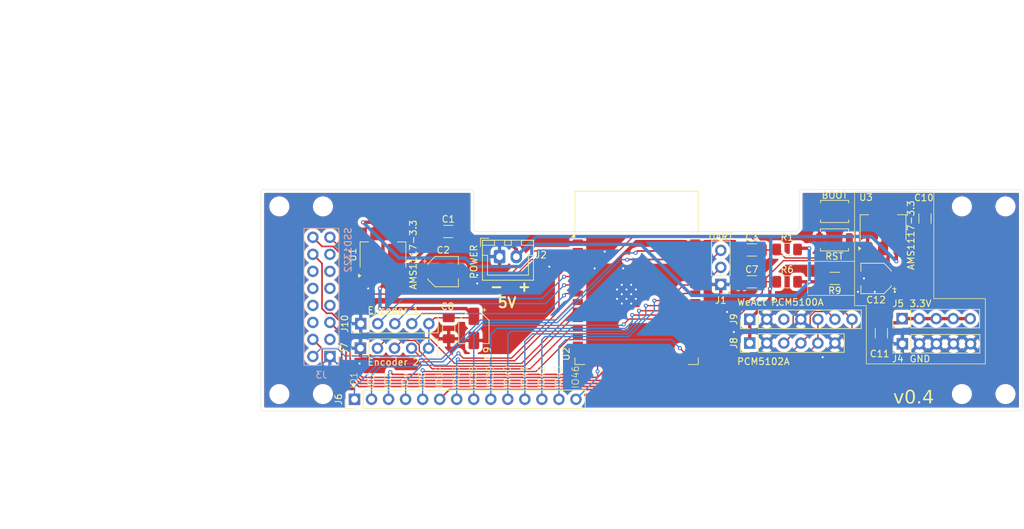
<source format=kicad_pcb>
(kicad_pcb (version 20241229) (generator "pcbnew") (generator_version "9.0")
  (layers (0 "F.Cu" signal) (2 "B.Cu" signal) (13 "F.Paste" user) (15 "B.Paste" user) (5 "F.SilkS" user "F.Silkscreen") (7 "B.SilkS" user "B.Silkscreen") (1 "F.Mask" user) (3 "B.Mask" user) (25 "Edge.Cuts" user))
  (net 0 "")
  (net 1 "GND")
  (net 2 "CHIP_PU")
  (net 3 "GPIO0")
  (net 4 "V_in")
  (net 5 "3.3V")
  (net 6 "RXD0")
  (net 7 "TXD0")
  (net 8 "3.3V_2")
  (net 9 "GPIO8")
  (net 10 "GPIO15")
  (net 11 "GPIO41")
  (net 12 "GPIO46")
  (net 13 "GPIO4")
  (net 14 "GPIO40")
  (net 15 "GPIO2")
  (net 16 "GPIO39")
  (net 17 "GPIO3")
  (net 18 "GPIO14")
  (net 19 "GPIO1")
  (net 20 "GPIO38")
  (net 21 "GPIO45")
  (net 22 "GPIO42")
  (net 23 "SCLK")
  (net 24 "{slash}CS")
  (net 25 "{slash}DC")
  (net 26 "MOSI")
  (net 27 "BCK")
  (net 28 "LCK")
  (net 29 "DIN")
  (net 30 "S1E1")
  (net 31 "S2E1")
  (net 32 "K_E1")
  (net 33 "K_E2")
  (net 34 "S1E2")
  (net 35 "S2E2")
  (footprint "MountingHole:MountingHole_2.5mm" (layer "F.Cu") (at 205 52.5)
    (property "Reference" "REF**" (hide yes))
    (property "Value" "MountingHole_2.5mm" (hide yes))
  )
  (footprint "Package_TO_SOT_SMD:SOT-223-3_TabPin2" (layer "F.Cu") (at 186.75 55.65 90)
    (property "Reference" "U3")
    (property "Value" "AMS1117-3.3")
  )
  (footprint "MountingHole:MountingHole_2.5mm" (layer "F.Cu") (at 96.75 52.5)
    (property "Reference" "REF**" (hide yes))
    (property "Value" "MountingHole_2.5mm" (hide yes))
  )
  (footprint "RF_Module:ESP32-S3-WROOM-1" (layer "F.Cu") (at 150 63.14)
    (property "Reference" "U2")
    (property "Value" "ESP32-S3-WROOM-1" (hide yes))
  )
  (footprint "Capacitor_SMD:C_1206_3216Metric_Pad1.33x1.80mm_HandSolder" (layer "F.Cu") (at 122 70.6875 -90)
    (property "Reference" "C8")
    (property "Value" "100n")
  )
  (footprint "Connector_PinHeader_2.54mm:PinHeader_1x05_P2.54mm_Vertical" (layer "F.Cu") (at 189.59 69.25 90)
    (property "Reference" "J5")
    (property "Value" "3.3V")
  )
  (footprint "Package_TO_SOT_SMD:SOT-223-3_TabPin2" (layer "F.Cu") (at 112.2 59.715 90)
    (property "Reference" "U1")
    (property "Value" "AMS1117-3.3")
  )
  (footprint "Connector_PinHeader_2.54mm:PinHeader_1x05_P2.54mm_Vertical" (layer "F.Cu") (at 189.63 73 90)
    (property "Reference" "J4")
    (property "Value" "GND")
  )
  (footprint "Connector_PinHeader_2.54mm:PinHeader_1x14_P2.54mm_Vertical" (layer "F.Cu") (at 107.95 81.28 90)
    (property "Reference" "J6")
    (property "Value" "GPIO")
  )
  (footprint "MountingHole:MountingHole_2.5mm" (layer "F.Cu") (at 205 80.5)
    (property "Reference" "REF**" (hide yes))
    (property "Value" "MountingHole_2.5mm" (hide yes))
  )
  (footprint "Connector_PinHeader_2.54mm:PinHeader_1x05_P2.54mm_Vertical" (layer "F.Cu") (at 108.84 73.66 90)
    (property "Reference" "J7")
    (property "Value" "Encoder 2")
  )
  (footprint "Button_Switch_SMD:SW_SPST_TS-1088-xR025" (layer "F.Cu") (at 179.525 53.25)
    (property "Reference" "S2" (hide yes))
    (property "Value" "BOOT")
  )
  (footprint "Capacitor_SMD:C_1206_3216Metric_Pad1.33x1.80mm_HandSolder" (layer "F.Cu") (at 193 54.3125 -90)
    (property "Reference" "C10")
    (property "Value" "100n")
  )
  (footprint "Connector_PinHeader_2.54mm:PinHeader_1x05_P2.54mm_Vertical" (layer "F.Cu") (at 108.88 70 90)
    (property "Reference" "J10")
    (property "Value" "Encoder 1")
  )
  (footprint "Connector_PinHeader_2.54mm:PinHeader_1x06_P2.54mm_Vertical" (layer "F.Cu") (at 166.878 72.898 90)
    (property "Reference" "J8")
    (property "Value" "PCM5102A")
  )
  (footprint "MountingHole:MountingHole_2.5mm" (layer "F.Cu") (at 103.25 52.5)
    (property "Reference" "REF**" (hide yes))
    (property "Value" "MountingHole_2.5mm" (hide yes))
  )
  (footprint "Resistor_SMD:R_1206_3216Metric_Pad1.30x1.75mm_HandSolder" (layer "F.Cu") (at 179.552 63.246 180)
    (property "Reference" "R9")
    (property "Value" "10R")
  )
  (footprint "Capacitor_SMD:CP_Elec_4x3.9" (layer "F.Cu") (at 121.18 62.23)
    (property "Reference" "C2")
    (property "Value" "10u")
  )
  (footprint "Capacitor_SMD:CP_Elec_4x3.9" (layer "F.Cu") (at 185.7 63.25 180)
    (property "Reference" "C12")
    (property "Value" "10u")
  )
  (footprint "MountingHole:MountingHole_2.5mm" (layer "F.Cu") (at 103.25 80.5)
    (property "Reference" "REF**" (hide yes))
    (property "Value" "MountingHole_2.5mm" (hide yes))
  )
  (footprint "Capacitor_SMD:C_1206_3216Metric_Pad1.33x1.80mm_HandSolder" (layer "F.Cu") (at 186.5 71.4375 -90)
    (property "Reference" "C11")
    (property "Value" "100n")
  )
  (footprint "Capacitor_SMD:C_1206_3216Metric_Pad1.33x1.80mm_HandSolder" (layer "F.Cu") (at 167.1875 59)
    (property "Reference" "C3")
    (property "Value" "100n")
  )
  (footprint "Resistor_SMD:R_1206_3216Metric_Pad1.30x1.75mm_HandSolder" (layer "F.Cu") (at 172.45 58.928)
    (property "Reference" "R1")
    (property "Value" "10k")
  )
  (footprint "MountingHole:MountingHole_2.5mm" (layer "F.Cu") (at 96.75 80.5)
    (property "Reference" "REF**" (hide yes))
    (property "Value" "MountingHole_2.5mm" (hide yes))
  )
  (footprint "Capacitor_SMD:C_1206_3216Metric_Pad1.33x1.80mm_HandSolder" (layer "F.Cu") (at 121.9375 56.25)
    (property "Reference" "C1")
    (property "Value" "100n")
  )
  (footprint "MountingHole:MountingHole_2.5mm" (layer "F.Cu") (at 198.5 52.5)
    (property "Reference" "REF**" (hide yes))
    (property "Value" "MountingHole_2.5mm" (hide yes))
  )
  (footprint "MountingHole:MountingHole_2.5mm" (layer "F.Cu") (at 198.5 80.5)
    (property "Reference" "REF**" (hide yes))
    (property "Value" "MountingHole_2.5mm" (hide yes))
  )
  (footprint "Capacitor_SMD:C_1206_3216Metric_Pad1.33x1.80mm_HandSolder" (layer "F.Cu") (at 167.1875 63.75)
    (property "Reference" "C7")
    (property "Value" "100n")
  )
  (footprint "Resistor_SMD:R_1206_3216Metric_Pad1.30x1.75mm_HandSolder" (layer "F.Cu") (at 172.45 63.75)
    (property "Reference" "R6")
    (property "Value" "10k")
  )
  (footprint "Connector_PinHeader_2.54mm:PinHeader_1x03_P2.54mm_Vertical" (layer "F.Cu") (at 162.56 64.135 180)
    (property "Reference" "J1")
    (property "Value" "UART")
  )
  (footprint "Connector_JST:JST_XH_B2B-XH-A_1x02_P2.50mm_Vertical" (layer "F.Cu") (at 129.58 60)
    (property "Reference" "J2")
    (property "Value" "POWER")
  )
  (footprint "Button_Switch_SMD:SW_SPST_TS-1088-xR025" (layer "F.Cu") (at 179.5 57.5)
    (property "Reference" "S1" (hide yes))
    (property "Value" "RST")
  )
  (footprint "Connector_PinHeader_2.54mm:PinHeader_1x07_P2.54mm_Vertical" (layer "F.Cu") (at 166.878 69.342 90)
    (property "Reference" "J9")
    (property "Value" "WeAct PCM5100A")
  )
  (footprint "Capacitor_SMD:CP_Elec_4x3.9" (layer "F.Cu") (at 125.75 70.7 -90)
    (property "Reference" "C9")
    (property "Value" "10u")
  )
  (footprint "Connector_PinSocket_2.54mm:PinSocket_2x08_P2.54mm_Vertical" (layer "B.Cu") (at 104.29 74.89)
    (property "Reference" "J3")
    (property "Value" "SSD1322")
  )
  (gr_line (start 202 66.25) (end 194.5 66.25) (stroke (width 0.1)) (layer "F.SilkS"))
  (gr_line (start 182.5 50.292) (end 182.5 67.31) (stroke (width 0.1)) (layer "F.SilkS"))
  (gr_line (start 194.31 66.25) (end 194.31 56.134) (stroke (width 0.1)) (layer "F.SilkS"))
  (gr_line (start 182.5 67.31) (end 184.25 67.31) (stroke (width 0.1)) (layer "F.SilkS"))
  (gr_line (start 182.5 60.706) (end 175.514 60.706) (stroke (width 0.1)) (layer "F.SilkS"))
  (gr_line (start 184.25 76) (end 202 76) (stroke (width 0.1)) (layer "F.SilkS"))
  (gr_line (start 194.5 66.25) (end 194.31 66.25) (stroke (width 0.1)) (layer "F.SilkS"))
  (gr_line (start 194.31 56.134) (end 194.31 50.292) (stroke (width 0.1)) (layer "F.SilkS"))
  (gr_line (start 184.25 67.31) (end 184.25 76) (stroke (width 0.1)) (layer "F.SilkS"))
  (gr_line (start 194.31 50.292) (end 182.5 50.292) (stroke (width 0.1)) (layer "F.SilkS"))
  (gr_line (start 175.514 65.786) (end 182.5 65.786) (stroke (width 0.1)) (layer "F.SilkS"))
  (gr_line (start 175.514 60.706) (end 175.514 65.502) (stroke (width 0.1)) (layer "F.SilkS"))
  (gr_line (start 202 76) (end 202 66.25) (stroke (width 0.1)) (layer "F.SilkS"))
  (gr_line (start 126 56.25) (end 173.75 56.25) (stroke (width 0.05)) (layer "Edge.Cuts"))
  (gr_line (start 94 50.25) (end 94 82.75) (stroke (width 0.05)) (layer "Edge.Cuts"))
  (gr_line (start 207.5 82.75) (end 207.25 83) (stroke (width 0.05)) (layer "Edge.Cuts"))
  (gr_line (start 207.25 83) (end 94.25 83) (stroke (width 0.05)) (layer "Edge.Cuts"))
  (gr_line (start 173.75 56.25) (end 174.25 55.75) (stroke (width 0.05)) (layer "Edge.Cuts"))
  (gr_line (start 174.25 50.25) (end 174.5 50) (stroke (width 0.05)) (layer "Edge.Cuts"))
  (gr_line (start 94.25 83) (end 94 82.75) (stroke (width 0.05)) (layer "Edge.Cuts"))
  (gr_line (start 174.5 50) (end 207.25 50) (stroke (width 0.05)) (layer "Edge.Cuts"))
  (gr_line (start 94.25 50) (end 94 50.25) (stroke (width 0.05)) (layer "Edge.Cuts"))
  (gr_line (start 125.75 56) (end 126 56.25) (stroke (width 0.05)) (layer "Edge.Cuts"))
  (gr_line (start 174.25 55.75) (end 174.25 50.25) (stroke (width 0.05)) (layer "Edge.Cuts"))
  (gr_line (start 94.25 50) (end 125.5 50) (stroke (width 0.05)) (layer "Edge.Cuts"))
  (gr_line (start 125.5 50) (end 125.75 50.25) (stroke (width 0.05)) (layer "Edge.Cuts"))
  (gr_line (start 125.75 50.25) (end 125.75 56) (stroke (width 0.05)) (layer "Edge.Cuts"))
  (gr_line (start 207.25 50) (end 207.5 50.25) (stroke (width 0.05)) (layer "Edge.Cuts"))
  (gr_line (start 207.5 50.25) (end 207.5 82.75) (stroke (width 0.05)) (layer "Edge.Cuts"))
  (gr_text "IO39" (at 128.778 79.756 90) (layer "F.SilkS") (effects (font (size 1 1) (thickness 0.1)) (justify left bottom)))
  (gr_text "IO14" (at 121.158 79.756 90) (layer "F.SilkS") (effects (font (size 1 1) (thickness 0.1)) (justify left bottom)))
  (gr_text "IO38" (at 126.238 79.756 90) (layer "F.SilkS") (effects (font (size 1 1) (thickness 0.1)) (justify left bottom)))
  (gr_text "IO1" (at 108.458 79.756 90) (layer "F.SilkS") (effects (font (size 1 1) (thickness 0.1)) (justify left bottom)))
  (gr_text "IO4" (at 116.078 79.756 90) (layer "F.SilkS") (effects (font (size 1 1) (thickness 0.1)) (justify left bottom)))
  (gr_text "v0.4" (at 188.25 82.25 0) (layer "F.SilkS") (effects (font (size 2 2)) (justify left bottom)))
  (gr_text "IO3" (at 113.538 79.756 90) (layer "F.SilkS") (effects (font (size 1 1) (thickness 0.1)) (justify left bottom)))
  (gr_text "IO41" (at 133.858 79.756 90) (layer "F.SilkS") (effects (font (size 1 1) (thickness 0.1)) (justify left bottom)))
  (gr_text "IO45" (at 138.938 79.756 90) (layer "F.SilkS") (effects (font (size 1 1) (thickness 0.1)) (justify left bottom)))
  (gr_text "IO40" (at 131.318 79.756 90) (layer "F.SilkS") (effects (font (size 1 1) (thickness 0.1)) (justify left bottom)))
  (gr_text "IO42" (at 136.398 79.756 90) (layer "F.SilkS") (effects (font (size 1 1) (thickness 0.1)) (justify left bottom)))
  (gr_text "IO46" (at 141.478 79.756 90) (layer "F.SilkS") (effects (font (size 1 1) (thickness 0.1)) (justify left bottom)))
  (gr_text "IO8" (at 118.618 79.756 90) (layer "F.SilkS") (effects (font (size 1 1) (thickness 0.1)) (justify left bottom)))
  (gr_text "IO15" (at 123.698 79.756 90) (layer "F.SilkS") (effects (font (size 1 1) (thickness 0.1)) (justify left bottom)))
  (gr_text "-  +\n 5V" (at 128 67.75 0) (layer "F.SilkS") (effects (font (size 1.5 1.5) (thickness 0.3) (bold yes)) (justify left bottom)))
  (gr_text "IO2\n" (at 110.998 79.756 90) (layer "F.SilkS") (effects (font (size 1 1) (thickness 0.1)) (justify left bottom)))
  (segment (start 109.9 64.65) (end 110 64.75) (width 0.5) (layer "F.Cu") (net 1))
  (segment (start 108.84 73.66) (end 108.84 75.818) (width 0.25) (layer "F.Cu") (net 1))
  (segment (start 108.84 75.818) (end 108.712 75.946) (width 0.25) (layer "F.Cu") (net 1))
  (segment (start 109.9 62.865) (end 109.9 64.65) (width 0.5) (layer "F.Cu") (net 1))
  (via (at 143.75 61.75) (size 0.6) (drill 0.3) (layers "F.Cu" "B.Cu") (net 1))
  (via (at 183 65.25) (size 0.6) (drill 0.3) (layers "F.Cu" "B.Cu") (net 1))
  (via (at 126.25 62.75) (size 0.6) (drill 0.3) (layers "F.Cu" "B.Cu") (net 1))
  (via (at 185.5 65.25) (size 0.6) (drill 0.3) (layers "F.Cu" "B.Cu") (net 1))
  (via (at 110 64.75) (size 0.6) (drill 0.3) (layers "F.Cu" "B.Cu") (net 1))
  (via (at 126.25 64) (size 0.6) (drill 0.3) (layers "F.Cu" "B.Cu") (net 1))
  (via (at 137 61.5) (size 0.6) (drill 0.3) (layers "F.Cu" "B.Cu") (net 1))
  (via (at 183.9 63.25) (size 0.6) (drill 0.3) (layers "F.Cu" "B.Cu") (net 1))
  (via (at 171 67.25) (size 0.6) (drill 0.3) (layers "F.Cu" "B.Cu") (net 1))
  (via (at 148 61.75) (size 0.6) (drill 0.3) (layers "F.Cu" "B.Cu") (net 1))
  (via (at 164.5 71.25) (size 0.6) (drill 0.3) (layers "F.Cu" "B.Cu") (net 1))
  (via (at 177.75 75) (size 0.6) (drill 0.3) (layers "F.Cu" "B.Cu") (net 1))
  (via (at 108.712 75.946) (size 0.6) (drill 0.3) (layers "F.Cu" "B.Cu") (net 1))
  (via (at 145.25 59.25) (size 0.6) (drill 0.3) (layers "F.Cu" "B.Cu") (net 1))
  (via (at 163.5 68.25) (size 0.6) (drill 0.3) (layers "F.Cu" "B.Cu") (net 1))
  (via (at 188.5 65.25) (size 0.6) (drill 0.3) (layers "F.Cu" "B.Cu") (net 1))
  (segment (start 104.29 74.89) (end 102.98 76.2) (width 0.25) (layer "B.Cu") (net 1))
  (segment (start 105.346 75.946) (end 104.29 74.89) (width 0.25) (layer "B.Cu") (net 1))
  (segment (start 108.712 75.946) (end 105.346 75.946) (width 0.25) (layer "B.Cu") (net 1))
  (segment (start 107.857 60.677) (end 104.29 57.11) (width 0.2) (layer "F.Cu") (net 2))
  (segment (start 172.17 60.198) (end 179.027 60.198) (width 0.2) (layer "F.Cu") (net 2))
  (segment (start 170.828 59) (end 170.9 58.928) (width 0.2) (layer "F.Cu") (net 2))
  (segment (start 108.575 65.575) (end 107.857 64.857) (width 0.2) (layer "F.Cu") (net 2))
  (segment (start 166.878 56.896) (end 168.75 58.768) (width 0.2) (layer "F.Cu") (net 2))
  (segment (start 166.878 56.896) (end 149.606 56.896) (width 0.2) (layer "F.Cu") (net 2))
  (segment (start 168.75 59) (end 170.828 59) (width 0.2) (layer "F.Cu") (net 2))
  (segment (start 149.606 56.896) (end 146.082 60.42) (width 0.2) (layer "F.Cu") (net 2))
  (segment (start 179.027 60.198) (end 181.725 57.5) (width 0.2) (layer "F.Cu") (net 2))
  (segment (start 168.75 58.768) (end 168.75 59) (width 0.2) (layer "F.Cu") (net 2))
  (segment (start 107.857 64.857) (end 107.857 60.677) (width 0.2) (layer "F.Cu") (net 2))
  (segment (start 170.9 58.928) (end 172.17 60.198) (width 0.2) (layer "F.Cu") (net 2))
  (segment (start 129.175 65.575) (end 108.575 65.575) (width 0.2) (layer "F.Cu") (net 2))
  (segment (start 134.33 60.42) (end 129.175 65.575) (width 0.2) (layer "F.Cu") (net 2))
  (segment (start 141.25 60.42) (end 134.33 60.42) (width 0.2) (layer "F.Cu") (net 2))
  (segment (start 146.082 60.42) (end 141.25 60.42) (width 0.2) (layer "F.Cu") (net 2))
  (segment (start 168.75 63.75) (end 171.901 60.599) (width 0.2) (layer "F.Cu") (net 3))
  (segment (start 159.7 74.39) (end 158.75 74.39) (width 0.2) (layer "F.Cu") (net 3))
  (segment (start 182.551 54.051) (end 181.75 53.25) (width 0.2) (layer "F.Cu") (net 3))
  (segment (start 159.798 74.39) (end 158.75 74.39) (width 0.2) (layer "F.Cu") (net 3))
  (segment (start 182.551 58.48516) (end 182.551 54.051) (width 0.2) (layer "F.Cu") (net 3))
  (segment (start 168.75 63.75) (end 168.75 65.34) (width 0.2) (layer "F.Cu") (net 3))
  (segment (start 180.43716 60.599) (end 182.551 58.48516) (width 0.2) (layer "F.Cu") (net 3))
  (segment (start 171.901 60.599) (end 180.43716 60.599) (width 0.2) (layer "F.Cu") (net 3))
  (segment (start 168.75 63.75) (end 170.9 63.75) (width 0.2) (layer "F.Cu") (net 3))
  (segment (start 168.75 65.34) (end 159.7 74.39) (width 0.2) (layer "F.Cu") (net 3))
  (segment (start 119.199 58.166) (end 114.5 62.865) (width 0.5) (layer "F.Cu") (net 4))
  (segment (start 119.199 58.166) (end 119.199 57.426) (width 0.5) (layer "F.Cu") (net 4))
  (segment (start 188.722 59.128) (end 189.05 58.8) (width 0.5) (layer "F.Cu") (net 4))
  (segment (start 188.722 60.706) (end 188.722 59.128) (width 0.5) (layer "F.Cu") (net 4))
  (segment (start 169.882184 64.800339) (end 169.882184 66.337816) (width 0.5) (layer "F.Cu") (net 4))
  (segment (start 189.05 58.8) (end 189.05 56.7) (width 0.5) (layer "F.Cu") (net 4))
  (segment (start 166.878 69.342) (end 166.878 72.898) (width 0.5) (layer "F.Cu") (net 4))
  (segment (start 169.882184 66.337816) (end 166.878 69.342) (width 0.5) (layer "F.Cu") (net 4))
  (segment (start 132.08 58.928) (end 131.318 58.166) (width 0.5) (layer "F.Cu") (net 4))
  (segment (start 131.318 58.166) (end 119.199 58.166) (width 0.5) (layer "F.Cu") (net 4))
  (segment (start 119.199 57.426) (end 120.375 56.25) (width 0.5) (layer "F.Cu") (net 4))
  (segment (start 132.08 60) (end 132.08 58.928) (width 0.5) (layer "F.Cu") (net 4))
  (segment (start 189.05 56.7) (end 193 52.75) (width 0.5) (layer "F.Cu") (net 4))
  (via (at 188.722 60.706) (size 0.6) (drill 0.3) (layers "F.Cu" "B.Cu") (net 4))
  (via (at 169.882184 64.800339) (size 0.6) (drill 0.3) (layers "F.Cu" "B.Cu") (net 4))
  (segment (start 170 57) (end 170 64.682523) (width 0.5) (layer "B.Cu") (net 4))
  (segment (start 170 57) (end 181.75 57) (width 0.5) (layer "B.Cu") (net 4))
  (segment (start 135.08 57) (end 170 57) (width 0.5) (layer "B.Cu") (net 4))
  (segment (start 181.75 57) (end 185.016 57) (width 0.5) (layer "B.Cu") (net 4))
  (segment (start 185.016 57) (end 188.722 60.706) (width 0.5) (layer "B.Cu") (net 4))
  (segment (start 170 64.682523) (end 169.882184 64.800339) (width 0.5) (layer "B.Cu") (net 4))
  (segment (start 132.08 60) (end 135.08 57) (width 0.5) (layer "B.Cu") (net 4))
  (segment (start 175.75 63.75) (end 174 63.75) (width 0.5) (layer "F.Cu") (net 5))
  (segment (start 113.03 65.024) (end 115.57 65.024) (width 0.5) (layer "F.Cu") (net 5))
  (segment (start 110.499 54.864) (end 112.2 56.565) (width 0.5) (layer "F.Cu") (net 5))
  (segment (start 115.57 65.024) (end 116.84 63.754) (width 0.5) (layer "F.Cu") (net 5))
  (segment (start 124.6 67.75) (end 125.75 68.9) (width 0.5) (layer "F.Cu") (net 5))
  (segment (start 119.915 69.125) (end 122 69.125) (width 0.2) (layer "F.Cu") (net 5))
  (segment (start 112.2 56.565) (end 112.2 62.865) (width 0.5) (layer "F.Cu") (net 5))
  (segment (start 112.238 64.262) (end 111.75 64.75) (width 0.5) (layer "F.Cu") (net 5))
  (segment (start 119.04 70) (end 119.915 69.125) (width 0.2) (layer "F.Cu") (net 5))
  (segment (start 112.268 64.262) (end 113.03 65.024) (width 0.5) (layer "F.Cu") (net 5))
  (segment (start 174.178 58.75) (end 174 58.928) (width 0.5) (layer "F.Cu") (net 5))
  (segment (start 177.498 63.75) (end 178.002 63.246) (width 0.5) (layer "F.Cu") (net 5))
  (segment (start 116.84 63.754) (end 116.84 63.246) (width 0.5) (layer "F.Cu") (net 5))
  (segment (start 122 69.125) (end 125.525 69.125) (width 0.2) (layer "F.Cu") (net 5))
  (segment (start 112.2 64.194) (end 112.268 64.262) (width 0.5) (layer "F.Cu") (net 5))
  (segment (start 109.22 54.864) (end 110.499 54.864) (width 0.5) (layer "F.Cu") (net 5))
  (segment (start 111.75 67.75) (end 124.6 67.75) (width 0.5) (layer "F.Cu") (net 5))
  (segment (start 117.856 62.23) (end 119.38 62.23) (width 0.5) (layer "F.Cu") (net 5))
  (segment (start 128.83376 65.024) (end 115.57 65.024) (width 0.2) (layer "F.Cu") (net 5))
  (segment (start 112.2 62.865) (end 112.2 64.194) (width 0.5) (layer "F.Cu") (net 5))
  (segment (start 116.84 63.246) (end 117.856 62.23) (width 0.5) (layer "F.Cu") (net 5))
  (segment (start 141.25 59.15) (end 134.70776 59.15) (width 0.2) (layer "F.Cu") (net 5))
  (segment (start 112.268 64.262) (end 112.238 64.262) (width 0.5) (layer "F.Cu") (net 5))
  (segment (start 119.04 62.57) (end 119.38 62.23) (width 0.5) (layer "F.Cu") (net 5))
  (segment (start 174.254 59.182) (end 174 58.928) (width 0.25) (layer "F.Cu") (net 5))
  (segment (start 134.70776 59.15) (end 128.83376 65.024) (width 0.2) (layer "F.Cu") (net 5))
  (segment (start 175.75 58.75) (end 174.178 58.75) (width 0.5) (layer "F.Cu") (net 5))
  (segment (start 125.525 69.125) (end 125.75 68.9) (width 0.2) (layer "F.Cu") (net 5))
  (segment (start 174.004 63.754) (end 174 63.75) (width 0.25) (layer "F.Cu") (net 5))
  (segment (start 175.75 63.75) (end 177.498 63.75) (width 0.5) (layer "F.Cu") (net 5))
  (via (at 175.75 63.75) (size 0.6) (drill 0.3) (layers "F.Cu" "B.Cu") (net 5))
  (via (at 111.75 64.75) (size 0.6) (drill 0.3) (layers "F.Cu" "B.Cu") (net 5))
  (via (at 109.22 54.864) (size 0.6) (drill 0.3) (layers "F.Cu" "B.Cu") (net 5))
  (via (at 175.75 58.75) (size 0.6) (drill 0.3) (layers "F.Cu" "B.Cu") (net 5))
  (via (at 111.75 67.75) (size 0.6) (drill 0.3) (layers "F.Cu" "B.Cu") (net 5))
  (segment (start 117.849 74.811) (end 106.513 74.811) (width 0.2) (layer "B.Cu") (net 5))
  (segment (start 119 73.66) (end 119 73.5) (width 0.2) (layer "B.Cu") (net 5))
  (segment (start 170.942 65.786) (end 158.242 65.786) (width 0.5) (layer "B.Cu") (net 5))
  (segment (start 134.381682 58.689682) (end 134.381682 59.68821) (width 0.5) (layer "B.Cu") (net 5))
  (segment (start 125.73 61.468) (end 124.46 60.198) (width 0.5) (layer "B.Cu") (net 5))
  (segment (start 173.714 65.786) (end 175.75 63.75) (width 0.5) (layer "B.Cu") (net 5))
  (segment (start 132.601892 61.468) (end 125.984 61.468) (width 0.5) (layer "B.Cu") (net 5))
  (segment (start 111.75 64.75) (end 111.75 67.75) (width 0.5) (layer "B.Cu") (net 5))
  (segment (start 106.513 74.811) (end 105.441 73.739) (width 0.2) (layer "B.Cu") (net 5))
  (segment (start 114.554 60.198) (end 109.22 54.864) (width 0.5) (layer "B.Cu") (net 5))
  (segment (start 105.441 73.739) (end 102.901 73.739) (width 0.2) (layer "B.Cu") (net 5))
  (segment (start 119.04 73.46) (end 119.04 70) (width 0.2) (layer "B.Cu") (net 5))
  (segment (start 119 73.66) (end 117.849 74.811) (width 0.2) (layer "B.Cu") (net 5))
  (segment (start 119 73.5) (end 119.04 73.46) (width 0.2) (layer "B.Cu") (net 5))
  (segment (start 170.942 65.786) (end 173.714 65.786) (width 0.5) (layer "B.Cu") (net 5))
  (segment (start 102.901 73.739) (end 101.75 74.89) (width 0.2) (layer "B.Cu") (net 5))
  (segment (start 134.905364 58.166) (end 134.381682 58.689682) (width 0.5) (layer "B.Cu") (net 5))
  (segment (start 121.412 60.198) (end 114.554 60.198) (width 0.5) (layer "B.Cu") (net 5))
  (segment (start 124.46 60.198) (end 121.412 60.198) (width 0.5) (layer "B.Cu") (net 5))
  (segment (start 134.381682 59.68821) (end 132.601892 61.468) (width 0.5) (layer "B.Cu") (net 5))
  (segment (start 175.75 63.75) (end 175.75 58.75) (width 0.5) (layer "B.Cu") (net 5))
  (segment (start 158.242 65.786) (end 150.622 58.166) (width 0.5) (layer "B.Cu") (net 5))
  (segment (start 150.622 58.166) (end 134.905364 58.166) (width 0.5) (layer "B.Cu") (net 5))
  (segment (start 125.984 61.468) (end 125.73 61.468) (width 0.5) (layer "B.Cu") (net 5))
  (segment (start 161.195 62.96) (end 158.75 62.96) (width 0.2) (layer "F.Cu") (net 6))
  (segment (start 162.56 61.595) (end 161.195 62.96) (width 0.2) (layer "F.Cu") (net 6))
  (segment (start 159.925 61.69) (end 158.75 61.69) (width 0.2) (layer "F.Cu") (net 7))
  (segment (start 162.56 59.055) (end 159.925 61.69) (width 0.2) (layer "F.Cu") (net 7))
  (segment (start 197.21 69.25) (end 199.75 69.25) (width 0.5) (layer "F.Cu") (net 8))
  (segment (start 192.13 69.25) (end 194.67 69.25) (width 0.5) (layer "F.Cu") (net 8))
  (segment (start 187.5 59.55) (end 186.75 58.8) (width 0.5) (layer "F.Cu") (net 8))
  (segment (start 186.75 58.8) (end 186.75 52.5) (width 0.5) (layer "F.Cu") (net 8))
  (segment (start 189.59 69.25) (end 192.13 69.25) (width 0.5) (layer "F.Cu") (net 8))
  (segment (start 187.5 63.25) (end 186.249 61.999) (width 0.5) (layer "F.Cu") (net 8))
  (segment (start 186.5 64.25) (end 186.5 69.875) (width 0.5) (layer "F.Cu") (net 8))
  (segment (start 194.67 69.25) (end 197.21 69.25) (width 0.5) (layer "F.Cu") (net 8))
  (segment (start 187.5 63.25) (end 187.5 59.55) (width 0.5) (layer "F.Cu") (net 8))
  (segment (start 186.249 61.999) (end 182.349 61.999) (width 0.5) (layer "F.Cu") (net 8))
  (segment (start 187.758 62.992) (end 187.5 63.25) (width 0.5) (layer "F.Cu") (net 8))
  (segment (start 188.965 69.875) (end 189.59 69.25) (width 0.5) (layer "F.Cu") (net 8))
  (segment (start 187.5 63.25) (end 186.5 64.25) (width 0.5) (layer "F.Cu") (net 8))
  (segment (start 186.5 69.875) (end 188.965 69.875) (width 0.5) (layer "F.Cu") (net 8))
  (segment (start 182.349 61.999) (end 181.102 63.246) (width 0.5) (layer "F.Cu") (net 8))
  (segment (start 135.005 77.145) (end 118.618 77.145) (width 0.2) (layer "F.Cu") (net 9))
  (segment (start 118.309 77.145) (end 118.11 76.946) (width 0.2) (layer "F.Cu") (net 9))
  (segment (start 118.618 77.145) (end 118.309 77.145) (width 0.2) (layer "F.Cu") (net 9))
  (segment (start 140.3 71.85) (end 135.005 77.145) (width 0.2) (layer "F.Cu") (net 9))
  (segment (start 141.25 71.85) (end 140.3 71.85) (width 0.2) (layer "F.Cu") (net 9))
  (via (at 118.11 76.946) (size 0.6) (drill 0.3) (layers "F.Cu" "B.Cu") (net 9))
  (segment (start 118.11 76.946) (end 118.11 81.28) (width 0.2) (layer "B.Cu") (net 9))
  (segment (start 131.826 75.541) (end 140.597 66.77) (width 0.2) (layer "F.Cu") (net 10))
  (segment (start 140.597 66.77) (end 141.25 66.77) (width 0.2) (layer "F.Cu") (net 10))
  (segment (start 123.357493 75.342) (end 123.453493 75.438) (width 0.2) (layer "F.Cu") (net 10))
  (segment (start 123.453493 75.447493) (end 123.547 75.541) (width 0.2) (layer "F.Cu") (net 10))
  (segment (start 123.547 75.541) (end 131.826 75.541) (width 0.2) (layer "F.Cu") (net 10))
  (segment (start 123.453493 75.438) (end 123.453493 75.447493) (width 0.2) (layer "F.Cu") (net 10))
  (via (at 123.357493 75.342) (size 0.6) (drill 0.3) (layers "F.Cu" "B.Cu") (net 10))
  (segment (start 123.19 75.509493) (end 123.357493 75.342) (width 0.2) (layer "B.Cu") (net 10))
  (segment (start 123.19 81.28) (end 123.19 75.509493) (width 0.2) (layer "B.Cu") (net 10))
  (segment (start 155.194 67.31) (end 157.004 65.5) (width 0.2) (layer "F.Cu") (net 11))
  (segment (start 151.384 67.31) (end 155.194 67.31) (width 0.2) (layer "F.Cu") (net 11))
  (segment (start 157.004 65.5) (end 158.75 65.5) (width 0.2) (layer "F.Cu") (net 11))
  (via (at 151.384 67.31) (size 0.6) (drill 0.3) (layers "F.Cu" "B.Cu") (net 11))
  (segment (start 133.35 72.644) (end 134.112 71.882) (width 0.2) (layer "B.Cu") (net 11))
  (segment (start 134.874 71.521) (end 148.649143 71.521) (width 0.2) (layer "B.Cu") (net 11))
  (segment (start 151.384 68.786143) (end 151.384 68.326) (width 0.2) (layer "B.Cu") (net 11))
  (segment (start 134.473 71.521) (end 134.874 71.521) (width 0.2) (layer "B.Cu") (net 11))
  (segment (start 151.384 68.326) (end 151.384 67.31) (width 0.2) (layer "B.Cu") (net 11))
  (segment (start 134.112 71.882) (end 134.473 71.521) (width 0.2) (layer "B.Cu") (net 11))
  (segment (start 148.649143 71.521) (end 151.384 68.786143) (width 0.2) (layer "B.Cu") (net 11))
  (segment (start 133.35 81.28) (end 133.35 72.644) (width 0.2) (layer "B.Cu") (net 11))
  (segment (start 144.183558 77.127558) (end 144.183558 75.741442) (width 0.2) (layer "F.Cu") (net 12))
  (segment (start 144.183558 75.741442) (end 144.285 75.64) (width 0.2) (layer "F.Cu") (net 12))
  (via (at 144.183558 77.127558) (size 0.6) (drill 0.3) (layers "F.Cu" "B.Cu") (net 12))
  (segment (start 144.183558 78.066442) (end 144.183558 77.127558) (width 0.2) (layer "B.Cu") (net 12))
  (segment (start 140.97 81.28) (end 144.183558 78.066442) (width 0.2) (layer "B.Cu") (net 12))
  (segment (start 138.43 68.072) (end 138.43 62.738) (width 0.2) (layer "F.Cu") (net 13))
  (segment (start 123.444 74.422) (end 124.162 75.14) (width 0.2) (layer "F.Cu") (net 13))
  (segment (start 139.478 61.69) (end 141.25 61.69) (width 0.2) (layer "F.Cu") (net 13))
  (segment (start 138.43 62.738) (end 139.478 61.69) (width 0.2) (layer "F.Cu") (net 13))
  (segment (start 124.162 75.14) (end 131.362 75.14) (width 0.2) (layer "F.Cu") (net 13))
  (segment (start 131.362 75.14) (end 138.43 68.072) (width 0.2) (layer "F.Cu") (net 13))
  (via (at 123.444 74.422) (size 0.6) (drill 0.3) (layers "F.Cu" "B.Cu") (net 13))
  (segment (start 123.17355 74.676) (end 123.19 74.676) (width 0.2) (layer "B.Cu") (net 13))
  (segment (start 115.57 81.28) (end 115.57 78.636057) (width 0.2) (layer "B.Cu") (net 13))
  (segment (start 115.57 78.636057) (end 118.006057 76.2) (width 0.2) (layer "B.Cu") (net 13))
  (segment (start 118.006057 76.2) (end 121.666 76.2) (width 0.2) (layer "B.Cu") (net 13))
  (segment (start 123.19 74.676) (end 123.444 74.422) (width 0.2) (layer "B.Cu") (net 13))
  (segment (start 121.666 76.2) (end 121.666 76.18355) (width 0.2) (layer "B.Cu") (net 13))
  (segment (start 121.666 76.18355) (end 123.17355 74.676) (width 0.2) (layer "B.Cu") (net 13))
  (segment (start 155.448 68.072) (end 156.75 66.77) (width 0.2) (layer "F.Cu") (net 14))
  (segment (start 150.368 68.072) (end 155.448 68.072) (width 0.2) (layer "F.Cu") (net 14))
  (segment (start 156.75 66.77) (end 158.75 66.77) (width 0.2) (layer "F.Cu") (net 14))
  (via (at 150.368 68.072) (size 0.6) (drill 0.3) (layers "F.Cu" "B.Cu") (net 14))
  (segment (start 150.368 69.235043) (end 150.368 68.072) (width 0.2) (layer "B.Cu") (net 14))
  (segment (start 149.679522 69.923521) (end 150.368 69.235043) (width 0.2) (layer "B.Cu") (net 14))
  (segment (start 130.81 71.628) (end 131.064 71.374) (width 0.2) (layer "B.Cu") (net 14))
  (segment (start 148.483043 71.12) (end 149.679522 69.923521) (width 0.2) (layer "B.Cu") (net 14))
  (segment (start 130.81 81.28) (end 130.81 71.628) (width 0.2) (layer "B.Cu") (net 14))
  (segment (start 131.064 71.374) (end 131.318 71.12) (width 0.2) (layer "B.Cu") (net 14))
  (segment (start 131.318 71.12) (end 131.572 71.12) (width 0.2) (layer "B.Cu") (net 14))
  (segment (start 131.572 71.12) (end 148.483043 71.12) (width 0.2) (layer "B.Cu") (net 14))
  (segment (start 158.75 60.42) (end 148.622 60.42) (width 0.25) (layer "F.Cu") (net 15))
  (segment (start 148.622 60.42) (end 148.59 60.452) (width 0.25) (layer "F.Cu") (net 15))
  (via (at 148.59 60.452) (size 0.6) (drill 0.3) (layers "F.Cu" "B.Cu") (net 15))
  (segment (start 148.59 60.452) (end 147.574 60.452) (width 0.2) (layer "B.Cu") (net 15))
  (segment (start 138.176 69.85) (end 127 69.85) (width 0.2) (layer "B.Cu") (net 15))
  (segment (start 127 69.85) (end 121.158 75.692) (width 0.2) (layer "B.Cu") (net 15))
  (segment (start 147.574 60.452) (end 138.176 69.85) (width 0.2) (layer "B.Cu") (net 15))
  (segment (start 110.49 77.724) (end 110.49 81.28) (width 0.2) (layer "B.Cu") (net 15))
  (segment (start 111.76 76.454) (end 110.49 77.724) (width 0.2) (layer "B.Cu") (net 15))
  (segment (start 117.094 76.454) (end 111.76 76.454) (width 0.2) (layer "B.Cu") (net 15))
  (segment (start 121.158 75.692) (end 117.856 75.692) (width 0.2) (layer "B.Cu") (net 15))
  (segment (start 117.856 75.692) (end 117.094 76.454) (width 0.2) (layer "B.Cu") (net 15))
  (segment (start 149.352 68.71) (end 156.08 68.71) (width 0.2) (layer "F.Cu") (net 16))
  (segment (start 156.75 68.04) (end 158.75 68.04) (width 0.2) (layer "F.Cu") (net 16))
  (segment (start 156.08 68.71) (end 156.75 68.04) (width 0.2) (layer "F.Cu") (net 16))
  (via (at 149.352 68.71) (size 0.6) (drill 0.3) (layers "F.Cu" "B.Cu") (net 16))
  (segment (start 128.27 71.628) (end 129.193 70.705) (width 0.2) (layer "B.Cu") (net 16))
  (segment (start 129.193 70.705) (end 148.330943 70.705) (width 0.2) (layer "B.Cu") (net 16))
  (segment (start 148.330943 70.705) (end 149.352 69.683943) (width 0.2) (layer "B.Cu") (net 16))
  (segment (start 149.352 69.683943) (end 149.352 68.71) (width 0.2) (layer "B.Cu") (net 16))
  (segment (start 128.27 81.28) (end 128.27 71.628) (width 0.2) (layer "B.Cu") (net 16))
  (segment (start 143.015 76.796) (end 142.24 77.571) (width 0.25) (layer "F.Cu") (net 17))
  (segment (start 113.639 77.571) (end 113.284 77.216) (width 0.25) (layer "F.Cu") (net 17))
  (segment (start 142.24 77.571) (end 115.824 77.571) (width 0.25) (layer "F.Cu") (net 17))
  (segment (start 115.824 77.571) (end 113.639 77.571) (width 0.25) (layer "F.Cu") (net 17))
  (segment (start 143.015 75.64) (end 143.015 76.796) (width 0.25) (layer "F.Cu") (net 17))
  (via (at 113.284 77.216) (size 0.6) (drill 0.3) (layers "F.Cu" "B.Cu") (net 17))
  (segment (start 113.03 77.47) (end 113.03 81.28) (width 0.25) (layer "B.Cu") (net 17))
  (segment (start 113.284 77.216) (end 113.03 77.47) (width 0.25) (layer "B.Cu") (net 17))
  (segment (start 149.79 79.826) (end 151.905 77.711) (width 0.25) (layer "F.Cu") (net 18))
  (segment (start 122.104 79.826) (end 149.79 79.826) (width 0.25) (layer "F.Cu") (net 18))
  (segment (start 151.905 77.711) (end 151.905 75.64) (width 0.25) (layer "F.Cu") (net 18))
  (segment (start 120.65 81.28) (end 122.104 79.826) (width 0.25) (layer "F.Cu") (net 18))
  (segment (start 158.75 59.15) (end 150.146 59.15) (width 0.25) (layer "F.Cu") (net 19))
  (segment (start 150.146 59.15) (end 149.86 59.436) (width 0.25) (layer "F.Cu") (net 19))
  (via (at 149.86 59.436) (size 0.6) (drill 0.3) (layers "F.Cu" "B.Cu") (net 19))
  (segment (start 148.0229 59.436) (end 138.0099 69.449) (width 0.2) (layer "B.Cu") (net 19))
  (segment (start 117.0349 75.946) (end 111.506 75.946) (width 0.2) (layer "B.Cu") (net 19))
  (segment (start 120.904 75.291) (end 117.6899 75.291) (width 0.2) (layer "B.Cu") (net 19))
  (segment (start 117.6899 75.291) (end 117.0349 75.946) (width 0.2) (layer "B.Cu") (net 19))
  (segment (start 107.95 79.502) (end 107.95 81.28) (width 0.2) (layer "B.Cu") (net 19))
  (segment (start 111.506 75.946) (end 107.95 79.502) (width 0.2) (layer "B.Cu") (net 19))
  (segment (start 126.746 69.449) (end 120.904 75.291) (width 0.2) (layer "B.Cu") (net 19))
  (segment (start 149.86 59.436) (end 148.0229 59.436) (width 0.2) (layer "B.Cu") (net 19))
  (segment (start 138.0099 69.449) (end 126.746 69.449) (width 0.2) (layer "B.Cu") (net 19))
  (segment (start 148.082 70.104) (end 148.876 69.31) (width 0.2) (layer "F.Cu") (net 20))
  (segment (start 148.876 69.31) (end 158.75 69.31) (width 0.2) (layer "F.Cu") (net 20))
  (via (at 148.082 70.104) (size 0.6) (drill 0.3) (layers "F.Cu" "B.Cu") (net 20))
  (segment (start 126.26755 71.14955) (end 127.15655 70.26055) (width 0.2) (layer "B.Cu") (net 20))
  (segment (start 147.935 70.251) (end 148.082 70.104) (width 0.2) (layer "B.Cu") (net 20))
  (segment (start 127.1661 70.251) (end 136.398 70.251) (width 0.2) (layer "B.Cu") (net 20))
  (segment (start 127.15655 70.26055) (end 127.1661 70.251) (width 0.2) (layer "B.Cu") (net 20))
  (segment (start 125.73 81.28) (end 125.73 71.6871) (width 0.2) (layer "B.Cu") (net 20))
  (segment (start 125.73 71.6871) (end 126.26755 71.14955) (width 0.2) (layer "B.Cu") (net 20))
  (segment (start 136.398 70.251) (end 147.935 70.251) (width 0.2) (layer "B.Cu") (net 20))
  (segment (start 156.985 74.181) (end 156.985 75.64) (width 0.2) (layer "F.Cu") (net 21))
  (segment (start 156.464 73.66) (end 156.985 74.181) (width 0.2) (layer "F.Cu") (net 21))
  (via (at 156.464 73.66) (size 0.6) (drill 0.3) (layers "F.Cu" "B.Cu") (net 21))
  (segment (start 138.43 81.28) (end 138.43 73.406) (width 0.2) (layer "B.Cu") (net 21))
  (segment (start 139.446 72.39) (end 155.194 72.39) (width 0.2) (layer "B.Cu") (net 21))
  (segment (start 155.194 72.39) (end 156.464 73.66) (width 0.2) (layer "B.Cu") (net 21))
  (segment (start 138.43 73.406) (end 139.446 72.39) (width 0.2) (layer "B.Cu") (net 21))
  (segment (start 152.654 66.548) (end 154.686 66.548) (width 0.2) (layer "F.Cu") (net 22))
  (segment (start 157.004 64.23) (end 158.75 64.23) (width 0.2) (layer "F.Cu") (net 22))
  (segment (start 154.686 66.548) (end 157.004 64.23) (width 0.2) (layer "F.Cu") (net 22))
  (via (at 152.654 66.548) (size 0.6) (drill 0.3) (layers "F.Cu" "B.Cu") (net 22))
  (segment (start 135.89 81.28) (end 135.89 72.39) (width 0.2) (layer "B.Cu") (net 22))
  (segment (start 148.815243 71.922) (end 152.654 68.083243) (width 0.2) (layer "B.Cu") (net 22))
  (segment (start 152.654 68.083243) (end 152.654 66.548) (width 0.2) (layer "B.Cu") (net 22))
  (segment (start 136.358 71.922) (end 148.815243 71.922) (width 0.2) (layer "B.Cu") (net 22))
  (segment (start 135.89 72.39) (end 136.358 71.922) (width 0.2) (layer "B.Cu") (net 22))
  (segment (start 106.68 77.47) (end 108.585 79.375) (width 0.25) (layer "F.Cu") (net 23))
  (segment (start 103.114 76.066) (end 104.518 77.47) (width 0.25) (layer "F.Cu") (net 23))
  (segment (start 108.585 79.375) (end 146.875 79.375) (width 0.25) (layer "F.Cu") (net 23))
  (segment (start 103.114 73.714) (end 103.114 76.066) (width 0.25) (layer "F.Cu") (net 23))
  (segment (start 101.75 72.35) (end 103.114 73.714) (width 0.25) (layer "F.Cu") (net 23))
  (segment (start 146.875 79.375) (end 149.365 76.885) (width 0.25) (layer "F.Cu") (net 23))
  (segment (start 149.365 76.885) (end 149.365 75.64) (width 0.25) (layer "F.Cu") (net 23))
  (segment (start 104.518 77.47) (end 106.68 77.47) (width 0.25) (layer "F.Cu") (net 23))
  (segment (start 106.045 67.945) (end 107.319215 69.219215) (width 0.25) (layer "F.Cu") (net 24))
  (segment (start 107.319215 76.195785) (end 109.14543 78.022) (width 0.25) (layer "F.Cu") (net 24))
  (segment (start 103.114 58.474) (end 104.777116 58.474) (width 0.25) (layer "F.Cu") (net 24))
  (segment (start 107.319215 69.219215) (end 107.319215 76.195785) (width 0.25) (layer "F.Cu") (net 24))
  (segment (start 106.045 59.741884) (end 106.045 67.945) (width 0.25) (layer "F.Cu") (net 24))
  (segment (start 145.555 76.64) (end 145.555 75.64) (width 0.25) (layer "F.Cu") (net 24))
  (segment (start 104.777116 58.474) (end 106.045 59.741884) (width 0.25) (layer "F.Cu") (net 24))
  (segment (start 109.14543 78.022) (end 144.173 78.022) (width 0.25) (layer "F.Cu") (net 24))
  (segment (start 101.75 57.11) (end 103.114 58.474) (width 0.25) (layer "F.Cu") (net 24))
  (segment (start 144.173 78.022) (end 145.555 76.64) (width 0.25) (layer "F.Cu") (net 24))
  (segment (start 146.825 77.063) (end 146.825 75.64) (width 0.25) (layer "F.Cu") (net 25))
  (segment (start 103.802884 68.446) (end 104.589116 68.446) (width 0.25) (layer "F.Cu") (net 25))
  (segment (start 104.589116 68.446) (end 106.68281 70.539694) (width 0.25) (layer "F.Cu") (net 25))
  (segment (start 101.75 59.65) (end 103.114 61.014) (width 0.25) (layer "F.Cu") (net 25))
  (segment (start 103.114 61.014) (end 103.114 67.757116) (width 0.25) (layer "F.Cu") (net 25))
  (segment (start 108.95862 78.473) (end 145.415 78.473) (width 0.25) (layer "F.Cu") (net 25))
  (segment (start 145.415 78.473) (end 146.825 77.063) (width 0.25) (layer "F.Cu") (net 25))
  (segment (start 106.68281 76.19719) (end 108.95862 78.473) (width 0.25) (layer "F.Cu") (net 25))
  (segment (start 103.114 67.757116) (end 103.802884 68.446) (width 0.25) (layer "F.Cu") (net 25))
  (segment (start 106.68281 70.539694) (end 106.68281 76.19719) (width 0.25) (layer "F.Cu") (net 25))
  (segment (start 145.811 78.924) (end 148.095 76.64) (width 0.25) (layer "F.Cu") (net 26))
  (segment (start 148.095 76.64) (end 148.095 75.64) (width 0.25) (layer "F.Cu") (net 26))
  (segment (start 106.04781 76.2) (end 108.77181 78.924) (width 0.25) (layer "F.Cu") (net 26))
  (segment (start 106.045 76.2) (end 106.04781 76.2) (width 0.25) (layer "F.Cu") (net 26))
  (segment (start 104.29 69.81) (end 106.045 71.565) (width 0.25) (layer "F.Cu") (net 26))
  (segment (start 106.045 71.565) (end 106.045 76.2) (width 0.25) (layer "F.Cu") (net 26))
  (segment (start 108.77181 78.924) (end 145.811 78.924) (width 0.25) (layer "F.Cu") (net 26))
  (segment (start 155.98 78.125) (end 171.811 78.125) (width 0.2) (layer "F.Cu") (net 27))
  (segment (start 171.811 78.125) (end 177.038 72.898) (width 0.2) (layer "F.Cu") (net 27))
  (segment (start 177.038 72.898) (end 177.038 69.342) (width 0.2) (layer "F.Cu") (net 27))
  (segment (start 154.445 76.59) (end 155.98 78.125) (width 0.2) (layer "F.Cu") (net 27))
  (segment (start 154.445 75.64) (end 154.445 76.59) (width 0.2) (layer "F.Cu") (net 27))
  (segment (start 182.118 74.168) (end 182.118 69.342) (width 0.2) (layer "F.Cu") (net 28))
  (segment (start 155.488 78.526) (end 177.76 78.526) (width 0.2) (layer "F.Cu") (net 28))
  (segment (start 171.958 72.898) (end 173.347 71.509) (width 0.2) (layer "F.Cu") (net 28))
  (segment (start 174.42224 67.79) (end 180.566 67.79) (width 0.2) (layer "F.Cu") (net 28))
  (segment (start 173.347 71.509) (end 173.347 68.86524) (width 0.2) (layer "F.Cu") (net 28))
  (segment (start 173.347 68.86524) (end 174.42224 67.79) (width 0.2) (layer "F.Cu") (net 28))
  (segment (start 180.566 67.79) (end 182.118 69.342) (width 0.2) (layer "F.Cu") (net 28))
  (segment (start 177.76 78.526) (end 182.118 74.168) (width 0.2) (layer "F.Cu") (net 28))
  (segment (start 153.175 76.213) (end 155.488 78.526) (width 0.2) (layer "F.Cu") (net 28))
  (segment (start 153.175 75.64) (end 153.175 76.213) (width 0.2) (layer "F.Cu") (net 28))
  (segment (start 155.715 75.64) (end 155.715 76.721) (width 0.2) (layer "F.Cu") (net 29))
  (segment (start 176.56124 68.191) (end 178.427 68.191) (width 0.2) (layer "F.Cu") (net 29))
  (segment (start 169.672 77.724) (end 174.498 72.898) (width 0.2) (layer "F.Cu") (net 29))
  (segment (start 175.887 71.509) (end 175.887 68.86524) (width 0.2) (layer "F.Cu") (net 29))
  (segment (start 175.887 68.86524) (end 176.56124 68.191) (width 0.2) (layer "F.Cu") (net 29))
  (segment (start 174.498 72.898) (end 175.887 71.509) (width 0.2) (layer "F.Cu") (net 29))
  (segment (start 178.427 68.191) (end 179.578 69.342) (width 0.2) (layer "F.Cu") (net 29))
  (segment (start 156.718 77.724) (end 169.672 77.724) (width 0.2) (layer "F.Cu") (net 29))
  (segment (start 155.715 76.721) (end 156.718 77.724) (width 0.2) (layer "F.Cu") (net 29))
  (segment (start 141.25 62.96) (end 139.224 62.96) (width 0.2) (layer "F.Cu") (net 30))
  (segment (start 139.224 62.96) (end 139.192 62.992) (width 0.2) (layer "F.Cu") (net 30))
  (via (at 139.192 62.992) (size 0.6) (drill 0.3) (layers "F.Cu" "B.Cu") (net 30))
  (segment (start 115.17 66.25) (end 111.42 70) (width 0.2) (layer "B.Cu") (net 30))
  (segment (start 135.934 66.25) (end 115.17 66.25) (width 0.2) (layer "B.Cu") (net 30))
  (segment (start 139.192 62.992) (end 135.934 66.25) (width 0.2) (layer "B.Cu") (net 30))
  (segment (start 141.25 64.23) (end 139.224 64.23) (width 0.2) (layer "F.Cu") (net 31))
  (segment (start 139.224 64.23) (end 139.192 64.262) (width 0.2) (layer "F.Cu") (net 31))
  (via (at 139.192 64.262) (size 0.6) (drill 0.3) (layers "F.Cu" "B.Cu") (net 31))
  (segment (start 139.192 64.262) (end 136.454 67) (width 0.2) (layer "B.Cu") (net 31))
  (segment (start 136.454 67) (end 116.96 67) (width 0.2) (layer "B.Cu") (net 31))
  (segment (start 116.96 67) (end 113.96 70) (width 0.2) (layer "B.Cu") (net 31))
  (segment (start 141.25 65.5) (end 139.478 65.5) (width 0.2) (layer "F.Cu") (net 32))
  (segment (start 139.478 65.5) (end 139.192 65.786) (width 0.2) (layer "F.Cu") (net 32))
  (via (at 139.192 65.786) (size 0.6) (drill 0.3) (layers "F.Cu" "B.Cu") (net 32))
  (segment (start 118.011 68.489) (end 116.5 70) (width 0.2) (layer "B.Cu") (net 32))
  (segment (start 136.489 68.489) (end 118.011 68.489) (width 0.2) (layer "B.Cu") (net 32))
  (segment (start 139.192 65.786) (end 136.489 68.489) (width 0.2) (layer "B.Cu") (net 32))
  (segment (start 141.25 70.58) (end 140.3 70.58) (width 0.2) (layer "F.Cu") (net 33))
  (segment (start 134.136 76.744) (end 119.544 76.744) (width 0.2) (layer "F.Cu") (net 33))
  (segment (start 140.3 70.58) (end 134.136 76.744) (width 0.2) (layer "F.Cu") (net 33))
  (segment (start 119.544 76.744) (end 116.46 73.66) (width 0.2) (layer "F.Cu") (net 33))
  (segment (start 141.25 68.04) (end 140.748 68.04) (width 0.2) (layer "F.Cu") (net 34))
  (segment (start 112.932 72.108) (end 111.38 73.66) (width 0.2) (layer "F.Cu") (net 34))
  (segment (start 140.748 68.04) (end 132.846 75.942) (width 0.2) (layer "F.Cu") (net 34))
  (segment (start 122.90976 75.942) (end 119.07576 72.108) (width 0.2) (layer "F.Cu") (net 34))
  (segment (start 132.846 75.942) (end 122.90976 75.942) (width 0.2) (layer "F.Cu") (net 34))
  (segment (start 119.07576 72.108) (end 112.932 72.108) (width 0.2) (layer "F.Cu") (net 34))
  (segment (start 115.071 72.509) (end 113.92 73.66) (width 0.2) (layer "F.Cu") (net 35))
  (segment (start 116.93676 72.509) (end 115.071 72.509) (width 0.2) (layer "F.Cu") (net 35))
  (segment (start 133.267 76.343) (end 119.888 76.343) (width 0.2) (layer "F.Cu") (net 35))
  (segment (start 117.611 74.066) (end 117.611 73.18324) (width 0.2) (layer "F.Cu") (net 35))
  (segment (start 140.3 69.31) (end 133.267 76.343) (width 0.2) (layer "F.Cu") (net 35))
  (segment (start 141.25 69.31) (end 140.3 69.31) (width 0.2) (layer "F.Cu") (net 35))
  (segment (start 119.888 76.343) (end 117.611 74.066) (width 0.2) (layer "F.Cu") (net 35))
  (segment (start 117.611 73.18324) (end 116.93676 72.509) (width 0.2) (layer "F.Cu") (net 35))
  (zone (net 1) (net_name "GND") (layers "F.Cu" "B.Cu") (connect_pads (clearance 0.5)) (min_thickness 0.25) (fill yes (thermal_gap 0.5) (thermal_bridge_width 0.5))
    (polygon (pts (xy 94.056 50.038) (xy 125.476 50.038) (xy 125.73 50.292) (xy 125.73 56.39) (xy 125.982 56.642) (xy 173.992 56.642) (xy 174.244 56.39) (xy 174.244 50.292) (xy 174.498 50.038) (xy 207.518 50.038) (xy 207.518 83.058) (xy 94.056 83.058)))
  )
)
</source>
